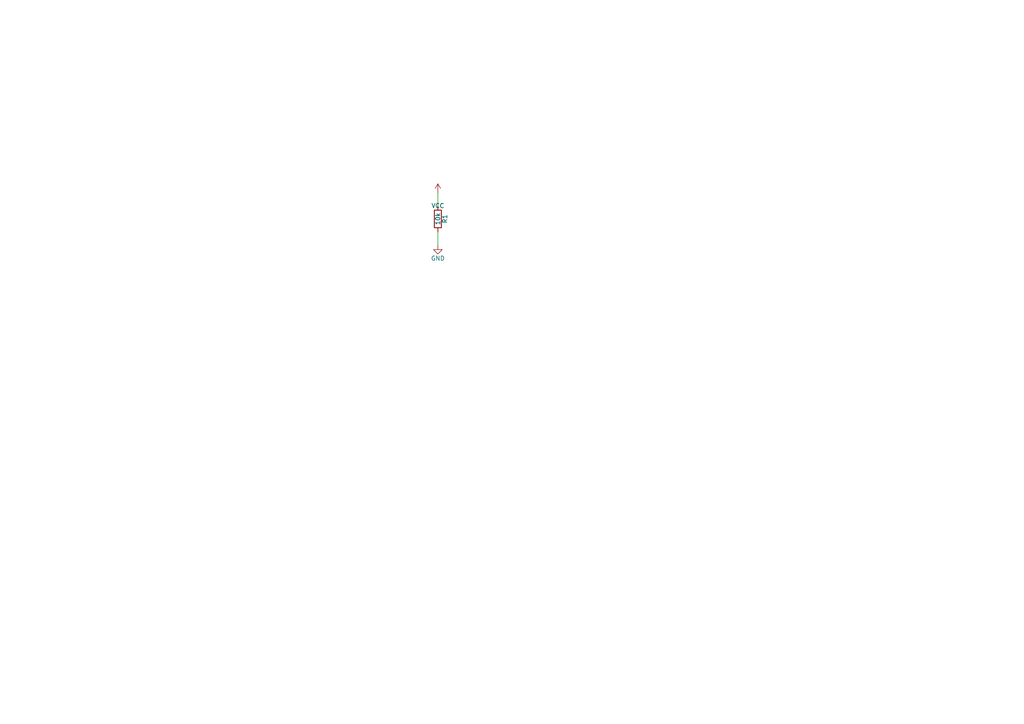
<source format=kicad_sch>
(kicad_sch (version 20250114) (generator "circuit_synth") (generator_version "0.8.36")
  (paper "A4")
  (title_block (title "circuit_with_power"))
  (lib_symbols
    (symbol "Device:R" (pin_numbers (hide yes)) (pin_names (offset 0))
      (property "Reference" "R" (at 2.032 0 90))
      (property "Value" "R" (at 0 0 90))
      (symbol "R_0_1"
        (rectangle (start -1.016 -2.54) (end 1.016 2.54) (stroke (width 0.254)))
      )
      (symbol "R_1_1"
        (pin passive line (at 0 3.81 270) (length 1.27) (name "~") (number "1"))
        (pin passive line (at 0 -3.81 90) (length 1.27) (name "~") (number "2"))
      )
    )
    (symbol "power:VCC" (power) (pin_names (offset 0))
      (property "Value" "VCC" (at 0 3.81 0))
      (symbol "VCC_0_1"
        (polyline (pts (xy -0.762 1.27) (xy 0 2.54)))
        (polyline (pts (xy 0 0) (xy 0 2.54)))
        (polyline (pts (xy 0 2.54) (xy 0.762 1.27)))
      )
      (symbol "VCC_1_1"
        (pin power_in line (at 0 0 90) (length 0) hide (name "VCC") (number "1"))
      )
    )
    (symbol "power:GND" (power) (pin_names (offset 0))
      (property "Value" "GND" (at 0 -3.81 0))
      (symbol "GND_0_1"
        (polyline (pts (xy 0 0) (xy 0 -1.27) (xy 1.27 -1.27) (xy 0 -2.54) (xy -1.27 -1.27) (xy 0 -1.27)))
      )
      (symbol "GND_1_1"
        (pin power_in line (at 0 0 270) (length 0) hide (name "GND") (number "1"))
      )
    )
  )
  (symbol (lib_id "Device:R") (at 127 63.5 0) (unit 1)
    (property "Reference" "R1" (at 129.032 63.5 90))
    (property "Value" "10k" (at 127 63.5 90))
    (property "Footprint" "Resistor_SMD:R_0603_1608Metric" (effects (hide yes)))
    (property "Description" "Resistor" (effects (hide yes)))
  )
  (symbol (lib_id "power:VCC") (at 127 55.88 0) (unit 1)
    (property "Reference" "#PWR01" (effects (hide yes)))
    (property "Value" "VCC" (at 127 59.69 0))
    (property "Description" "Power symbol creates a global label with name \"VCC\"" (effects (hide yes)))
  )
  (symbol (lib_id "power:GND") (at 127 71.12 0) (unit 1)
    (property "Reference" "#PWR02" (effects (hide yes)))
    (property "Value" "GND" (at 127 74.93 0))
    (property "Description" "Power symbol creates a global label with name \"GND\"" (effects (hide yes)))
  )
  (wire (pts (xy 127 55.88) (xy 127 59.69)))
  (wire (pts (xy 127 67.31) (xy 127 71.12)))
)
</source>
